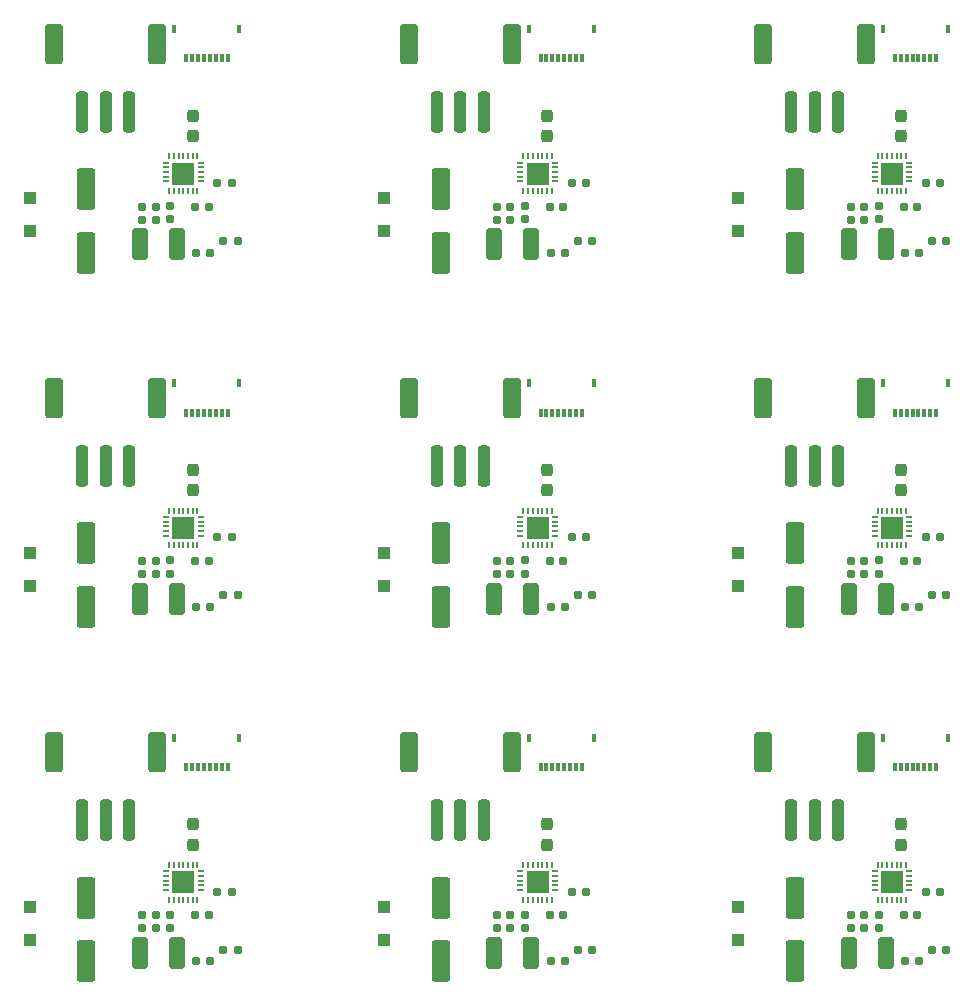
<source format=gbp>
G04 #@! TF.GenerationSoftware,KiCad,Pcbnew,9.0.1-9.0.1-0~ubuntu24.04.1*
G04 #@! TF.CreationDate,2025-04-05T16:25:19+02:00*
G04 #@! TF.ProjectId,panel,70616e65-6c2e-46b6-9963-61645f706362,rev?*
G04 #@! TF.SameCoordinates,Original*
G04 #@! TF.FileFunction,Paste,Bot*
G04 #@! TF.FilePolarity,Positive*
%FSLAX46Y46*%
G04 Gerber Fmt 4.6, Leading zero omitted, Abs format (unit mm)*
G04 Created by KiCad (PCBNEW 9.0.1-9.0.1-0~ubuntu24.04.1) date 2025-04-05 16:25:19*
%MOMM*%
%LPD*%
G01*
G04 APERTURE LIST*
G04 Aperture macros list*
%AMRoundRect*
0 Rectangle with rounded corners*
0 $1 Rounding radius*
0 $2 $3 $4 $5 $6 $7 $8 $9 X,Y pos of 4 corners*
0 Add a 4 corners polygon primitive as box body*
4,1,4,$2,$3,$4,$5,$6,$7,$8,$9,$2,$3,0*
0 Add four circle primitives for the rounded corners*
1,1,$1+$1,$2,$3*
1,1,$1+$1,$4,$5*
1,1,$1+$1,$6,$7*
1,1,$1+$1,$8,$9*
0 Add four rect primitives between the rounded corners*
20,1,$1+$1,$2,$3,$4,$5,0*
20,1,$1+$1,$4,$5,$6,$7,0*
20,1,$1+$1,$6,$7,$8,$9,0*
20,1,$1+$1,$8,$9,$2,$3,0*%
G04 Aperture macros list end*
%ADD10RoundRect,0.160000X0.197500X0.160000X-0.197500X0.160000X-0.197500X-0.160000X0.197500X-0.160000X0*%
%ADD11R,0.300000X0.800000*%
%ADD12R,0.400000X0.800000*%
%ADD13RoundRect,0.250000X0.300000X-0.300000X0.300000X0.300000X-0.300000X0.300000X-0.300000X-0.300000X0*%
%ADD14RoundRect,0.160000X-0.197500X-0.160000X0.197500X-0.160000X0.197500X0.160000X-0.197500X0.160000X0*%
%ADD15R,0.200000X0.470000*%
%ADD16R,0.470000X0.200000*%
%ADD17R,1.900000X1.900000*%
%ADD18RoundRect,0.250000X0.412500X1.100000X-0.412500X1.100000X-0.412500X-1.100000X0.412500X-1.100000X0*%
%ADD19RoundRect,0.155000X0.212500X0.155000X-0.212500X0.155000X-0.212500X-0.155000X0.212500X-0.155000X0*%
%ADD20RoundRect,0.250000X-0.250000X-1.500000X0.250000X-1.500000X0.250000X1.500000X-0.250000X1.500000X0*%
%ADD21RoundRect,0.250001X-0.499999X-1.449999X0.499999X-1.449999X0.499999X1.449999X-0.499999X1.449999X0*%
%ADD22RoundRect,0.155000X0.155000X-0.212500X0.155000X0.212500X-0.155000X0.212500X-0.155000X-0.212500X0*%
%ADD23RoundRect,0.250000X0.550000X-1.500000X0.550000X1.500000X-0.550000X1.500000X-0.550000X-1.500000X0*%
%ADD24RoundRect,0.237500X0.237500X-0.300000X0.237500X0.300000X-0.237500X0.300000X-0.237500X-0.300000X0*%
%ADD25RoundRect,0.155000X-0.212500X-0.155000X0.212500X-0.155000X0.212500X0.155000X-0.212500X0.155000X0*%
G04 APERTURE END LIST*
D10*
G04 #@! TO.C,R4*
X57793216Y-91298929D03*
X56598216Y-91298929D03*
G04 #@! TD*
D11*
G04 #@! TO.C,FPC1*
X55745716Y-14848929D03*
X56245716Y-14848929D03*
X56745716Y-14848929D03*
X57245716Y-14848929D03*
X57745716Y-14848929D03*
X58245716Y-14848929D03*
X58745716Y-14848929D03*
X59245716Y-14848929D03*
D12*
X60245716Y-12348929D03*
X54745716Y-12348929D03*
G04 #@! TD*
D13*
G04 #@! TO.C,D2*
X72495716Y-59498929D03*
X72495716Y-56698929D03*
G04 #@! TD*
D11*
G04 #@! TO.C,FPC1*
X55745716Y-74848929D03*
X56245716Y-74848929D03*
X56745716Y-74848929D03*
X57245716Y-74848929D03*
X57745716Y-74848929D03*
X58245716Y-74848929D03*
X58745716Y-74848929D03*
X59245716Y-74848929D03*
D12*
X60245716Y-72348929D03*
X54745716Y-72348929D03*
G04 #@! TD*
D14*
G04 #@! TO.C,R1*
X58395716Y-85398929D03*
X59590716Y-85398929D03*
G04 #@! TD*
D10*
G04 #@! TO.C,R5*
X90093216Y-30298929D03*
X88898216Y-30298929D03*
G04 #@! TD*
D15*
G04 #@! TO.C,IC2*
X86695716Y-56063929D03*
X86295716Y-56063929D03*
X85895716Y-56063929D03*
X85495716Y-56063929D03*
X85095716Y-56063929D03*
X84695716Y-56063929D03*
X84295716Y-56063929D03*
D16*
X84030716Y-55268929D03*
X84030716Y-54868929D03*
X84030716Y-54468929D03*
X84030716Y-54068929D03*
X84030716Y-53668929D03*
D15*
X84295716Y-53133929D03*
X84695716Y-53133929D03*
X85095716Y-53133929D03*
X85495716Y-53133929D03*
X85895716Y-53133929D03*
X86295716Y-53133929D03*
X86695716Y-53133929D03*
D16*
X86960716Y-53668929D03*
X86960716Y-54068929D03*
X86960716Y-54468929D03*
X86960716Y-54868929D03*
X86960716Y-55268929D03*
D17*
X85495716Y-54598929D03*
G04 #@! TD*
D15*
G04 #@! TO.C,IC2*
X86695716Y-86063929D03*
X86295716Y-86063929D03*
X85895716Y-86063929D03*
X85495716Y-86063929D03*
X85095716Y-86063929D03*
X84695716Y-86063929D03*
X84295716Y-86063929D03*
D16*
X84030716Y-85268929D03*
X84030716Y-84868929D03*
X84030716Y-84468929D03*
X84030716Y-84068929D03*
X84030716Y-83668929D03*
D15*
X84295716Y-83133929D03*
X84695716Y-83133929D03*
X85095716Y-83133929D03*
X85495716Y-83133929D03*
X85895716Y-83133929D03*
X86295716Y-83133929D03*
X86695716Y-83133929D03*
D16*
X86960716Y-83668929D03*
X86960716Y-84068929D03*
X86960716Y-84468929D03*
X86960716Y-84868929D03*
X86960716Y-85268929D03*
D17*
X85495716Y-84598929D03*
G04 #@! TD*
D18*
G04 #@! TO.C,C18*
X24958216Y-60598929D03*
X21833216Y-60598929D03*
G04 #@! TD*
D14*
G04 #@! TO.C,R1*
X58395716Y-25398929D03*
X59590716Y-25398929D03*
G04 #@! TD*
D19*
G04 #@! TO.C,C9*
X53163216Y-27398929D03*
X52028216Y-27398929D03*
G04 #@! TD*
G04 #@! TO.C,C17*
X23163216Y-58498929D03*
X22028216Y-58498929D03*
G04 #@! TD*
D10*
G04 #@! TO.C,R5*
X30093216Y-30298929D03*
X28898216Y-30298929D03*
G04 #@! TD*
D20*
G04 #@! TO.C,J4*
X16945716Y-79348929D03*
X18945716Y-79348929D03*
X20945716Y-79348929D03*
D21*
X14595716Y-73598929D03*
X23295716Y-73598929D03*
G04 #@! TD*
D10*
G04 #@! TO.C,R4*
X27793216Y-91298929D03*
X26598216Y-91298929D03*
G04 #@! TD*
G04 #@! TO.C,R4*
X87793216Y-91298929D03*
X86598216Y-91298929D03*
G04 #@! TD*
D22*
G04 #@! TO.C,C6*
X84395716Y-58466429D03*
X84395716Y-57331429D03*
G04 #@! TD*
D23*
G04 #@! TO.C,C19*
X47295716Y-31298929D03*
X47295716Y-25898929D03*
G04 #@! TD*
D24*
G04 #@! TO.C,C16*
X26295716Y-51423929D03*
X26295716Y-49698929D03*
G04 #@! TD*
D23*
G04 #@! TO.C,C19*
X77295716Y-91298929D03*
X77295716Y-85898929D03*
G04 #@! TD*
D22*
G04 #@! TO.C,C6*
X24395716Y-88466429D03*
X24395716Y-87331429D03*
G04 #@! TD*
D20*
G04 #@! TO.C,J4*
X76945716Y-19348929D03*
X78945716Y-19348929D03*
X80945716Y-19348929D03*
D21*
X74595716Y-13598929D03*
X83295716Y-13598929D03*
G04 #@! TD*
D18*
G04 #@! TO.C,C18*
X84958216Y-30598929D03*
X81833216Y-30598929D03*
G04 #@! TD*
D13*
G04 #@! TO.C,D2*
X72495716Y-89498929D03*
X72495716Y-86698929D03*
G04 #@! TD*
D24*
G04 #@! TO.C,C16*
X56295716Y-51423929D03*
X56295716Y-49698929D03*
G04 #@! TD*
D19*
G04 #@! TO.C,C17*
X53163216Y-88498929D03*
X52028216Y-88498929D03*
G04 #@! TD*
D20*
G04 #@! TO.C,J4*
X46945716Y-19348929D03*
X48945716Y-19348929D03*
X50945716Y-19348929D03*
D21*
X44595716Y-13598929D03*
X53295716Y-13598929D03*
G04 #@! TD*
D23*
G04 #@! TO.C,C19*
X17295716Y-91298929D03*
X17295716Y-85898929D03*
G04 #@! TD*
D25*
G04 #@! TO.C,C20*
X26528216Y-87398929D03*
X27663216Y-87398929D03*
G04 #@! TD*
D14*
G04 #@! TO.C,R1*
X28395716Y-25398929D03*
X29590716Y-25398929D03*
G04 #@! TD*
D18*
G04 #@! TO.C,C18*
X24958216Y-90598929D03*
X21833216Y-90598929D03*
G04 #@! TD*
D15*
G04 #@! TO.C,IC2*
X26695716Y-26063929D03*
X26295716Y-26063929D03*
X25895716Y-26063929D03*
X25495716Y-26063929D03*
X25095716Y-26063929D03*
X24695716Y-26063929D03*
X24295716Y-26063929D03*
D16*
X24030716Y-25268929D03*
X24030716Y-24868929D03*
X24030716Y-24468929D03*
X24030716Y-24068929D03*
X24030716Y-23668929D03*
D15*
X24295716Y-23133929D03*
X24695716Y-23133929D03*
X25095716Y-23133929D03*
X25495716Y-23133929D03*
X25895716Y-23133929D03*
X26295716Y-23133929D03*
X26695716Y-23133929D03*
D16*
X26960716Y-23668929D03*
X26960716Y-24068929D03*
X26960716Y-24468929D03*
X26960716Y-24868929D03*
X26960716Y-25268929D03*
D17*
X25495716Y-24598929D03*
G04 #@! TD*
D10*
G04 #@! TO.C,R5*
X90093216Y-90298929D03*
X88898216Y-90298929D03*
G04 #@! TD*
D19*
G04 #@! TO.C,C17*
X83163216Y-28498929D03*
X82028216Y-28498929D03*
G04 #@! TD*
D23*
G04 #@! TO.C,C19*
X77295716Y-31298929D03*
X77295716Y-25898929D03*
G04 #@! TD*
D18*
G04 #@! TO.C,C18*
X84958216Y-60598929D03*
X81833216Y-60598929D03*
G04 #@! TD*
D11*
G04 #@! TO.C,FPC1*
X25745716Y-74848929D03*
X26245716Y-74848929D03*
X26745716Y-74848929D03*
X27245716Y-74848929D03*
X27745716Y-74848929D03*
X28245716Y-74848929D03*
X28745716Y-74848929D03*
X29245716Y-74848929D03*
D12*
X30245716Y-72348929D03*
X24745716Y-72348929D03*
G04 #@! TD*
D20*
G04 #@! TO.C,J4*
X16945716Y-19348929D03*
X18945716Y-19348929D03*
X20945716Y-19348929D03*
D21*
X14595716Y-13598929D03*
X23295716Y-13598929D03*
G04 #@! TD*
D10*
G04 #@! TO.C,R4*
X57793216Y-31298929D03*
X56598216Y-31298929D03*
G04 #@! TD*
D25*
G04 #@! TO.C,C20*
X86528216Y-27398929D03*
X87663216Y-27398929D03*
G04 #@! TD*
D19*
G04 #@! TO.C,C9*
X83163216Y-57398929D03*
X82028216Y-57398929D03*
G04 #@! TD*
D15*
G04 #@! TO.C,IC2*
X86695716Y-26063929D03*
X86295716Y-26063929D03*
X85895716Y-26063929D03*
X85495716Y-26063929D03*
X85095716Y-26063929D03*
X84695716Y-26063929D03*
X84295716Y-26063929D03*
D16*
X84030716Y-25268929D03*
X84030716Y-24868929D03*
X84030716Y-24468929D03*
X84030716Y-24068929D03*
X84030716Y-23668929D03*
D15*
X84295716Y-23133929D03*
X84695716Y-23133929D03*
X85095716Y-23133929D03*
X85495716Y-23133929D03*
X85895716Y-23133929D03*
X86295716Y-23133929D03*
X86695716Y-23133929D03*
D16*
X86960716Y-23668929D03*
X86960716Y-24068929D03*
X86960716Y-24468929D03*
X86960716Y-24868929D03*
X86960716Y-25268929D03*
D17*
X85495716Y-24598929D03*
G04 #@! TD*
D13*
G04 #@! TO.C,D2*
X72495716Y-29498929D03*
X72495716Y-26698929D03*
G04 #@! TD*
D19*
G04 #@! TO.C,C9*
X23163216Y-57398929D03*
X22028216Y-57398929D03*
G04 #@! TD*
D22*
G04 #@! TO.C,C6*
X24395716Y-58466429D03*
X24395716Y-57331429D03*
G04 #@! TD*
D15*
G04 #@! TO.C,IC2*
X26695716Y-56063929D03*
X26295716Y-56063929D03*
X25895716Y-56063929D03*
X25495716Y-56063929D03*
X25095716Y-56063929D03*
X24695716Y-56063929D03*
X24295716Y-56063929D03*
D16*
X24030716Y-55268929D03*
X24030716Y-54868929D03*
X24030716Y-54468929D03*
X24030716Y-54068929D03*
X24030716Y-53668929D03*
D15*
X24295716Y-53133929D03*
X24695716Y-53133929D03*
X25095716Y-53133929D03*
X25495716Y-53133929D03*
X25895716Y-53133929D03*
X26295716Y-53133929D03*
X26695716Y-53133929D03*
D16*
X26960716Y-53668929D03*
X26960716Y-54068929D03*
X26960716Y-54468929D03*
X26960716Y-54868929D03*
X26960716Y-55268929D03*
D17*
X25495716Y-54598929D03*
G04 #@! TD*
D18*
G04 #@! TO.C,C18*
X54958216Y-90598929D03*
X51833216Y-90598929D03*
G04 #@! TD*
D13*
G04 #@! TO.C,D2*
X12495716Y-59498929D03*
X12495716Y-56698929D03*
G04 #@! TD*
D11*
G04 #@! TO.C,FPC1*
X85745716Y-44848929D03*
X86245716Y-44848929D03*
X86745716Y-44848929D03*
X87245716Y-44848929D03*
X87745716Y-44848929D03*
X88245716Y-44848929D03*
X88745716Y-44848929D03*
X89245716Y-44848929D03*
D12*
X90245716Y-42348929D03*
X84745716Y-42348929D03*
G04 #@! TD*
D25*
G04 #@! TO.C,C20*
X86528216Y-57398929D03*
X87663216Y-57398929D03*
G04 #@! TD*
G04 #@! TO.C,C20*
X56528216Y-27398929D03*
X57663216Y-27398929D03*
G04 #@! TD*
D24*
G04 #@! TO.C,C16*
X26295716Y-21423929D03*
X26295716Y-19698929D03*
G04 #@! TD*
D10*
G04 #@! TO.C,R4*
X87793216Y-61298929D03*
X86598216Y-61298929D03*
G04 #@! TD*
D20*
G04 #@! TO.C,J4*
X46945716Y-49348929D03*
X48945716Y-49348929D03*
X50945716Y-49348929D03*
D21*
X44595716Y-43598929D03*
X53295716Y-43598929D03*
G04 #@! TD*
D14*
G04 #@! TO.C,R1*
X28395716Y-85398929D03*
X29590716Y-85398929D03*
G04 #@! TD*
D10*
G04 #@! TO.C,R4*
X87793216Y-31298929D03*
X86598216Y-31298929D03*
G04 #@! TD*
D14*
G04 #@! TO.C,R1*
X88395716Y-85398929D03*
X89590716Y-85398929D03*
G04 #@! TD*
D23*
G04 #@! TO.C,C19*
X47295716Y-61298929D03*
X47295716Y-55898929D03*
G04 #@! TD*
D10*
G04 #@! TO.C,R5*
X60093216Y-90298929D03*
X58898216Y-90298929D03*
G04 #@! TD*
D11*
G04 #@! TO.C,FPC1*
X85745716Y-74848929D03*
X86245716Y-74848929D03*
X86745716Y-74848929D03*
X87245716Y-74848929D03*
X87745716Y-74848929D03*
X88245716Y-74848929D03*
X88745716Y-74848929D03*
X89245716Y-74848929D03*
D12*
X90245716Y-72348929D03*
X84745716Y-72348929D03*
G04 #@! TD*
D18*
G04 #@! TO.C,C18*
X54958216Y-30598929D03*
X51833216Y-30598929D03*
G04 #@! TD*
D10*
G04 #@! TO.C,R4*
X27793216Y-31298929D03*
X26598216Y-31298929D03*
G04 #@! TD*
D19*
G04 #@! TO.C,C17*
X53163216Y-58498929D03*
X52028216Y-58498929D03*
G04 #@! TD*
G04 #@! TO.C,C17*
X23163216Y-28498929D03*
X22028216Y-28498929D03*
G04 #@! TD*
G04 #@! TO.C,C9*
X83163216Y-27398929D03*
X82028216Y-27398929D03*
G04 #@! TD*
D23*
G04 #@! TO.C,C19*
X17295716Y-31298929D03*
X17295716Y-25898929D03*
G04 #@! TD*
D24*
G04 #@! TO.C,C16*
X86295716Y-51423929D03*
X86295716Y-49698929D03*
G04 #@! TD*
D10*
G04 #@! TO.C,R4*
X27793216Y-61298929D03*
X26598216Y-61298929D03*
G04 #@! TD*
G04 #@! TO.C,R5*
X60093216Y-60298929D03*
X58898216Y-60298929D03*
G04 #@! TD*
G04 #@! TO.C,R5*
X30093216Y-90298929D03*
X28898216Y-90298929D03*
G04 #@! TD*
D25*
G04 #@! TO.C,C20*
X26528216Y-27398929D03*
X27663216Y-27398929D03*
G04 #@! TD*
G04 #@! TO.C,C20*
X56528216Y-57398929D03*
X57663216Y-57398929D03*
G04 #@! TD*
D11*
G04 #@! TO.C,FPC1*
X55745716Y-44848929D03*
X56245716Y-44848929D03*
X56745716Y-44848929D03*
X57245716Y-44848929D03*
X57745716Y-44848929D03*
X58245716Y-44848929D03*
X58745716Y-44848929D03*
X59245716Y-44848929D03*
D12*
X60245716Y-42348929D03*
X54745716Y-42348929D03*
G04 #@! TD*
D22*
G04 #@! TO.C,C6*
X84395716Y-28466429D03*
X84395716Y-27331429D03*
G04 #@! TD*
D13*
G04 #@! TO.C,D2*
X42495716Y-89498929D03*
X42495716Y-86698929D03*
G04 #@! TD*
D14*
G04 #@! TO.C,R1*
X88395716Y-55398929D03*
X89590716Y-55398929D03*
G04 #@! TD*
D24*
G04 #@! TO.C,C16*
X86295716Y-81423929D03*
X86295716Y-79698929D03*
G04 #@! TD*
G04 #@! TO.C,C16*
X26295716Y-81423929D03*
X26295716Y-79698929D03*
G04 #@! TD*
D14*
G04 #@! TO.C,R1*
X58395716Y-55398929D03*
X59590716Y-55398929D03*
G04 #@! TD*
D19*
G04 #@! TO.C,C17*
X53163216Y-28498929D03*
X52028216Y-28498929D03*
G04 #@! TD*
D23*
G04 #@! TO.C,C19*
X77295716Y-61298929D03*
X77295716Y-55898929D03*
G04 #@! TD*
D11*
G04 #@! TO.C,FPC1*
X85745716Y-14848929D03*
X86245716Y-14848929D03*
X86745716Y-14848929D03*
X87245716Y-14848929D03*
X87745716Y-14848929D03*
X88245716Y-14848929D03*
X88745716Y-14848929D03*
X89245716Y-14848929D03*
D12*
X90245716Y-12348929D03*
X84745716Y-12348929D03*
G04 #@! TD*
D14*
G04 #@! TO.C,R1*
X28395716Y-55398929D03*
X29590716Y-55398929D03*
G04 #@! TD*
D18*
G04 #@! TO.C,C18*
X54958216Y-60598929D03*
X51833216Y-60598929D03*
G04 #@! TD*
D25*
G04 #@! TO.C,C20*
X56528216Y-87398929D03*
X57663216Y-87398929D03*
G04 #@! TD*
D24*
G04 #@! TO.C,C16*
X56295716Y-81423929D03*
X56295716Y-79698929D03*
G04 #@! TD*
D15*
G04 #@! TO.C,IC2*
X56695716Y-56063929D03*
X56295716Y-56063929D03*
X55895716Y-56063929D03*
X55495716Y-56063929D03*
X55095716Y-56063929D03*
X54695716Y-56063929D03*
X54295716Y-56063929D03*
D16*
X54030716Y-55268929D03*
X54030716Y-54868929D03*
X54030716Y-54468929D03*
X54030716Y-54068929D03*
X54030716Y-53668929D03*
D15*
X54295716Y-53133929D03*
X54695716Y-53133929D03*
X55095716Y-53133929D03*
X55495716Y-53133929D03*
X55895716Y-53133929D03*
X56295716Y-53133929D03*
X56695716Y-53133929D03*
D16*
X56960716Y-53668929D03*
X56960716Y-54068929D03*
X56960716Y-54468929D03*
X56960716Y-54868929D03*
X56960716Y-55268929D03*
D17*
X55495716Y-54598929D03*
G04 #@! TD*
D18*
G04 #@! TO.C,C18*
X84958216Y-90598929D03*
X81833216Y-90598929D03*
G04 #@! TD*
D19*
G04 #@! TO.C,C9*
X23163216Y-87398929D03*
X22028216Y-87398929D03*
G04 #@! TD*
G04 #@! TO.C,C17*
X23163216Y-88498929D03*
X22028216Y-88498929D03*
G04 #@! TD*
D22*
G04 #@! TO.C,C6*
X24395716Y-28466429D03*
X24395716Y-27331429D03*
G04 #@! TD*
D18*
G04 #@! TO.C,C18*
X24958216Y-30598929D03*
X21833216Y-30598929D03*
G04 #@! TD*
D10*
G04 #@! TO.C,R5*
X60093216Y-30298929D03*
X58898216Y-30298929D03*
G04 #@! TD*
D25*
G04 #@! TO.C,C20*
X86528216Y-87398929D03*
X87663216Y-87398929D03*
G04 #@! TD*
D15*
G04 #@! TO.C,IC2*
X56695716Y-26063929D03*
X56295716Y-26063929D03*
X55895716Y-26063929D03*
X55495716Y-26063929D03*
X55095716Y-26063929D03*
X54695716Y-26063929D03*
X54295716Y-26063929D03*
D16*
X54030716Y-25268929D03*
X54030716Y-24868929D03*
X54030716Y-24468929D03*
X54030716Y-24068929D03*
X54030716Y-23668929D03*
D15*
X54295716Y-23133929D03*
X54695716Y-23133929D03*
X55095716Y-23133929D03*
X55495716Y-23133929D03*
X55895716Y-23133929D03*
X56295716Y-23133929D03*
X56695716Y-23133929D03*
D16*
X56960716Y-23668929D03*
X56960716Y-24068929D03*
X56960716Y-24468929D03*
X56960716Y-24868929D03*
X56960716Y-25268929D03*
D17*
X55495716Y-24598929D03*
G04 #@! TD*
D22*
G04 #@! TO.C,C6*
X54395716Y-28466429D03*
X54395716Y-27331429D03*
G04 #@! TD*
D11*
G04 #@! TO.C,FPC1*
X25745716Y-44848929D03*
X26245716Y-44848929D03*
X26745716Y-44848929D03*
X27245716Y-44848929D03*
X27745716Y-44848929D03*
X28245716Y-44848929D03*
X28745716Y-44848929D03*
X29245716Y-44848929D03*
D12*
X30245716Y-42348929D03*
X24745716Y-42348929D03*
G04 #@! TD*
D10*
G04 #@! TO.C,R4*
X57793216Y-61298929D03*
X56598216Y-61298929D03*
G04 #@! TD*
D20*
G04 #@! TO.C,J4*
X76945716Y-79348929D03*
X78945716Y-79348929D03*
X80945716Y-79348929D03*
D21*
X74595716Y-73598929D03*
X83295716Y-73598929D03*
G04 #@! TD*
D22*
G04 #@! TO.C,C6*
X54395716Y-58466429D03*
X54395716Y-57331429D03*
G04 #@! TD*
D15*
G04 #@! TO.C,IC2*
X56695716Y-86063929D03*
X56295716Y-86063929D03*
X55895716Y-86063929D03*
X55495716Y-86063929D03*
X55095716Y-86063929D03*
X54695716Y-86063929D03*
X54295716Y-86063929D03*
D16*
X54030716Y-85268929D03*
X54030716Y-84868929D03*
X54030716Y-84468929D03*
X54030716Y-84068929D03*
X54030716Y-83668929D03*
D15*
X54295716Y-83133929D03*
X54695716Y-83133929D03*
X55095716Y-83133929D03*
X55495716Y-83133929D03*
X55895716Y-83133929D03*
X56295716Y-83133929D03*
X56695716Y-83133929D03*
D16*
X56960716Y-83668929D03*
X56960716Y-84068929D03*
X56960716Y-84468929D03*
X56960716Y-84868929D03*
X56960716Y-85268929D03*
D17*
X55495716Y-84598929D03*
G04 #@! TD*
D13*
G04 #@! TO.C,D2*
X12495716Y-29498929D03*
X12495716Y-26698929D03*
G04 #@! TD*
D19*
G04 #@! TO.C,C17*
X83163216Y-88498929D03*
X82028216Y-88498929D03*
G04 #@! TD*
G04 #@! TO.C,C17*
X83163216Y-58498929D03*
X82028216Y-58498929D03*
G04 #@! TD*
D20*
G04 #@! TO.C,J4*
X46945716Y-79348929D03*
X48945716Y-79348929D03*
X50945716Y-79348929D03*
D21*
X44595716Y-73598929D03*
X53295716Y-73598929D03*
G04 #@! TD*
D10*
G04 #@! TO.C,R5*
X90093216Y-60298929D03*
X88898216Y-60298929D03*
G04 #@! TD*
D15*
G04 #@! TO.C,IC2*
X26695716Y-86063929D03*
X26295716Y-86063929D03*
X25895716Y-86063929D03*
X25495716Y-86063929D03*
X25095716Y-86063929D03*
X24695716Y-86063929D03*
X24295716Y-86063929D03*
D16*
X24030716Y-85268929D03*
X24030716Y-84868929D03*
X24030716Y-84468929D03*
X24030716Y-84068929D03*
X24030716Y-83668929D03*
D15*
X24295716Y-83133929D03*
X24695716Y-83133929D03*
X25095716Y-83133929D03*
X25495716Y-83133929D03*
X25895716Y-83133929D03*
X26295716Y-83133929D03*
X26695716Y-83133929D03*
D16*
X26960716Y-83668929D03*
X26960716Y-84068929D03*
X26960716Y-84468929D03*
X26960716Y-84868929D03*
X26960716Y-85268929D03*
D17*
X25495716Y-84598929D03*
G04 #@! TD*
D11*
G04 #@! TO.C,FPC1*
X25745716Y-14848929D03*
X26245716Y-14848929D03*
X26745716Y-14848929D03*
X27245716Y-14848929D03*
X27745716Y-14848929D03*
X28245716Y-14848929D03*
X28745716Y-14848929D03*
X29245716Y-14848929D03*
D12*
X30245716Y-12348929D03*
X24745716Y-12348929D03*
G04 #@! TD*
D19*
G04 #@! TO.C,C9*
X23163216Y-27398929D03*
X22028216Y-27398929D03*
G04 #@! TD*
D25*
G04 #@! TO.C,C20*
X26528216Y-57398929D03*
X27663216Y-57398929D03*
G04 #@! TD*
D23*
G04 #@! TO.C,C19*
X47295716Y-91298929D03*
X47295716Y-85898929D03*
G04 #@! TD*
D19*
G04 #@! TO.C,C9*
X53163216Y-87398929D03*
X52028216Y-87398929D03*
G04 #@! TD*
D20*
G04 #@! TO.C,J4*
X76945716Y-49348929D03*
X78945716Y-49348929D03*
X80945716Y-49348929D03*
D21*
X74595716Y-43598929D03*
X83295716Y-43598929D03*
G04 #@! TD*
D14*
G04 #@! TO.C,R1*
X88395716Y-25398929D03*
X89590716Y-25398929D03*
G04 #@! TD*
D13*
G04 #@! TO.C,D2*
X42495716Y-29498929D03*
X42495716Y-26698929D03*
G04 #@! TD*
D22*
G04 #@! TO.C,C6*
X84395716Y-88466429D03*
X84395716Y-87331429D03*
G04 #@! TD*
D24*
G04 #@! TO.C,C16*
X56295716Y-21423929D03*
X56295716Y-19698929D03*
G04 #@! TD*
G04 #@! TO.C,C16*
X86295716Y-21423929D03*
X86295716Y-19698929D03*
G04 #@! TD*
D22*
G04 #@! TO.C,C6*
X54395716Y-88466429D03*
X54395716Y-87331429D03*
G04 #@! TD*
D13*
G04 #@! TO.C,D2*
X12495716Y-89498929D03*
X12495716Y-86698929D03*
G04 #@! TD*
G04 #@! TO.C,D2*
X42495716Y-59498929D03*
X42495716Y-56698929D03*
G04 #@! TD*
D23*
G04 #@! TO.C,C19*
X17295716Y-61298929D03*
X17295716Y-55898929D03*
G04 #@! TD*
D10*
G04 #@! TO.C,R5*
X30093216Y-60298929D03*
X28898216Y-60298929D03*
G04 #@! TD*
D20*
G04 #@! TO.C,J4*
X16945716Y-49348929D03*
X18945716Y-49348929D03*
X20945716Y-49348929D03*
D21*
X14595716Y-43598929D03*
X23295716Y-43598929D03*
G04 #@! TD*
D19*
G04 #@! TO.C,C9*
X83163216Y-87398929D03*
X82028216Y-87398929D03*
G04 #@! TD*
G04 #@! TO.C,C9*
X53163216Y-57398929D03*
X52028216Y-57398929D03*
G04 #@! TD*
M02*

</source>
